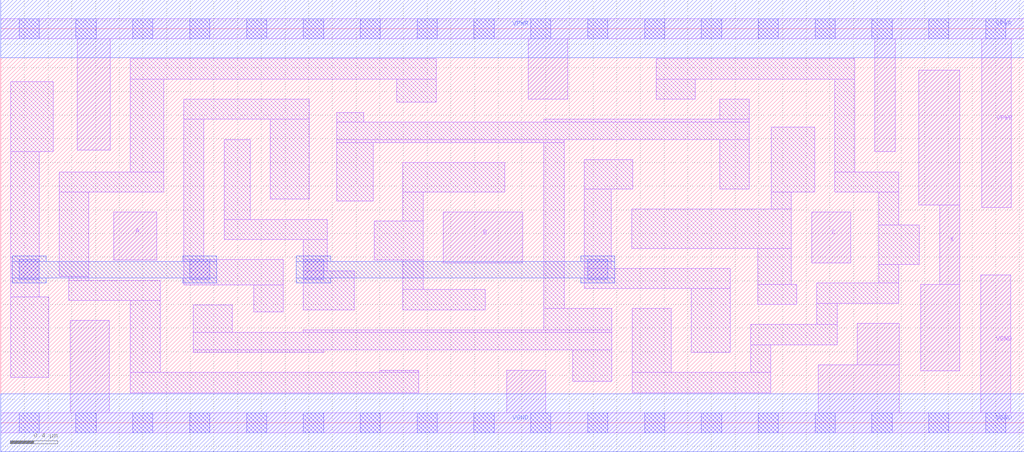
<source format=lef>
# Copyright 2020 The SkyWater PDK Authors
#
# Licensed under the Apache License, Version 2.0 (the "License");
# you may not use this file except in compliance with the License.
# You may obtain a copy of the License at
#
#     https://www.apache.org/licenses/LICENSE-2.0
#
# Unless required by applicable law or agreed to in writing, software
# distributed under the License is distributed on an "AS IS" BASIS,
# WITHOUT WARRANTIES OR CONDITIONS OF ANY KIND, either express or implied.
# See the License for the specific language governing permissions and
# limitations under the License.
#
# SPDX-License-Identifier: Apache-2.0

VERSION 5.7 ;
  NAMESCASESENSITIVE ON ;
  NOWIREEXTENSIONATPIN ON ;
  DIVIDERCHAR "/" ;
  BUSBITCHARS "[]" ;
UNITS
  DATABASE MICRONS 200 ;
END UNITS
MACRO sky130_fd_sc_ls__xnor3_2
  CLASS CORE ;
  SOURCE USER ;
  FOREIGN sky130_fd_sc_ls__xnor3_2 ;
  ORIGIN  0.000000  0.000000 ;
  SIZE  8.640000 BY  3.330000 ;
  SYMMETRY X Y ;
  SITE unit ;
  PIN A
    ANTENNAGATEAREA  0.246000 ;
    DIRECTION INPUT ;
    USE SIGNAL ;
    PORT
      LAYER li1 ;
        RECT 0.955000 1.375000 1.315000 1.780000 ;
    END
  END A
  PIN B
    ANTENNAGATEAREA  0.693000 ;
    DIRECTION INPUT ;
    USE SIGNAL ;
    PORT
      LAYER li1 ;
        RECT 3.735000 1.350000 4.405000 1.780000 ;
    END
  END B
  PIN C
    ANTENNAGATEAREA  0.381000 ;
    DIRECTION INPUT ;
    USE SIGNAL ;
    PORT
      LAYER li1 ;
        RECT 6.845000 1.350000 7.175000 1.780000 ;
    END
  END C
  PIN X
    ANTENNADIFFAREA  0.543200 ;
    DIRECTION OUTPUT ;
    USE SIGNAL ;
    PORT
      LAYER li1 ;
        RECT 7.750000 1.840000 8.095000 2.980000 ;
        RECT 7.765000 0.440000 8.095000 1.170000 ;
        RECT 7.925000 1.170000 8.095000 1.840000 ;
    END
  END X
  PIN VGND
    DIRECTION INOUT ;
    SHAPE ABUTMENT ;
    USE GROUND ;
    PORT
      LAYER li1 ;
        RECT 0.000000 -0.085000 8.640000 0.085000 ;
        RECT 0.585000  0.085000 0.915000 0.865000 ;
        RECT 4.270000  0.085000 4.600000 0.445000 ;
        RECT 6.900000  0.085000 7.585000 0.490000 ;
        RECT 7.230000  0.490000 7.585000 0.840000 ;
        RECT 8.275000  0.085000 8.525000 1.250000 ;
      LAYER mcon ;
        RECT 0.155000 -0.085000 0.325000 0.085000 ;
        RECT 0.635000 -0.085000 0.805000 0.085000 ;
        RECT 1.115000 -0.085000 1.285000 0.085000 ;
        RECT 1.595000 -0.085000 1.765000 0.085000 ;
        RECT 2.075000 -0.085000 2.245000 0.085000 ;
        RECT 2.555000 -0.085000 2.725000 0.085000 ;
        RECT 3.035000 -0.085000 3.205000 0.085000 ;
        RECT 3.515000 -0.085000 3.685000 0.085000 ;
        RECT 3.995000 -0.085000 4.165000 0.085000 ;
        RECT 4.475000 -0.085000 4.645000 0.085000 ;
        RECT 4.955000 -0.085000 5.125000 0.085000 ;
        RECT 5.435000 -0.085000 5.605000 0.085000 ;
        RECT 5.915000 -0.085000 6.085000 0.085000 ;
        RECT 6.395000 -0.085000 6.565000 0.085000 ;
        RECT 6.875000 -0.085000 7.045000 0.085000 ;
        RECT 7.355000 -0.085000 7.525000 0.085000 ;
        RECT 7.835000 -0.085000 8.005000 0.085000 ;
        RECT 8.315000 -0.085000 8.485000 0.085000 ;
      LAYER met1 ;
        RECT 0.000000 -0.245000 8.640000 0.245000 ;
    END
  END VGND
  PIN VPWR
    DIRECTION INOUT ;
    SHAPE ABUTMENT ;
    USE POWER ;
    PORT
      LAYER li1 ;
        RECT 0.000000 3.245000 8.640000 3.415000 ;
        RECT 0.645000 2.305000 0.925000 3.245000 ;
        RECT 4.455000 2.735000 4.785000 3.245000 ;
        RECT 7.380000 2.290000 7.550000 3.245000 ;
        RECT 8.280000 1.820000 8.530000 3.245000 ;
      LAYER mcon ;
        RECT 0.155000 3.245000 0.325000 3.415000 ;
        RECT 0.635000 3.245000 0.805000 3.415000 ;
        RECT 1.115000 3.245000 1.285000 3.415000 ;
        RECT 1.595000 3.245000 1.765000 3.415000 ;
        RECT 2.075000 3.245000 2.245000 3.415000 ;
        RECT 2.555000 3.245000 2.725000 3.415000 ;
        RECT 3.035000 3.245000 3.205000 3.415000 ;
        RECT 3.515000 3.245000 3.685000 3.415000 ;
        RECT 3.995000 3.245000 4.165000 3.415000 ;
        RECT 4.475000 3.245000 4.645000 3.415000 ;
        RECT 4.955000 3.245000 5.125000 3.415000 ;
        RECT 5.435000 3.245000 5.605000 3.415000 ;
        RECT 5.915000 3.245000 6.085000 3.415000 ;
        RECT 6.395000 3.245000 6.565000 3.415000 ;
        RECT 6.875000 3.245000 7.045000 3.415000 ;
        RECT 7.355000 3.245000 7.525000 3.415000 ;
        RECT 7.835000 3.245000 8.005000 3.415000 ;
        RECT 8.315000 3.245000 8.485000 3.415000 ;
      LAYER met1 ;
        RECT 0.000000 3.085000 8.640000 3.575000 ;
    END
  END VPWR
  OBS
    LAYER li1 ;
      RECT 0.085000 0.385000 0.405000 1.065000 ;
      RECT 0.085000 1.065000 0.325000 2.290000 ;
      RECT 0.085000 2.290000 0.445000 2.885000 ;
      RECT 0.495000 1.235000 0.745000 1.950000 ;
      RECT 0.495000 1.950000 1.375000 2.120000 ;
      RECT 0.575000 1.035000 1.345000 1.205000 ;
      RECT 0.575000 1.205000 0.745000 1.235000 ;
      RECT 1.095000 0.255000 3.530000 0.425000 ;
      RECT 1.095000 0.425000 1.345000 1.035000 ;
      RECT 1.095000 2.120000 1.375000 2.905000 ;
      RECT 1.095000 2.905000 3.675000 3.075000 ;
      RECT 1.545000 1.165000 2.385000 1.380000 ;
      RECT 1.545000 1.380000 1.715000 2.565000 ;
      RECT 1.545000 2.565000 2.605000 2.735000 ;
      RECT 1.625000 0.595000 2.725000 0.615000 ;
      RECT 1.625000 0.615000 5.160000 0.765000 ;
      RECT 1.625000 0.765000 1.955000 0.995000 ;
      RECT 1.885000 1.550000 2.755000 1.720000 ;
      RECT 1.885000 1.720000 2.105000 2.395000 ;
      RECT 2.135000 0.935000 2.385000 1.165000 ;
      RECT 2.275000 1.890000 2.605000 2.565000 ;
      RECT 2.555000 0.765000 5.160000 0.785000 ;
      RECT 2.555000 0.955000 2.985000 1.285000 ;
      RECT 2.555000 1.285000 2.755000 1.550000 ;
      RECT 2.835000 1.875000 3.145000 2.370000 ;
      RECT 2.835000 2.370000 4.755000 2.395000 ;
      RECT 2.835000 2.395000 6.320000 2.540000 ;
      RECT 2.835000 2.540000 3.065000 2.620000 ;
      RECT 3.155000 1.375000 3.565000 1.705000 ;
      RECT 3.200000 0.425000 3.530000 0.445000 ;
      RECT 3.345000 2.710000 3.675000 2.905000 ;
      RECT 3.395000 0.955000 4.090000 1.125000 ;
      RECT 3.395000 1.125000 3.565000 1.375000 ;
      RECT 3.395000 1.705000 3.565000 1.950000 ;
      RECT 3.395000 1.950000 4.255000 2.200000 ;
      RECT 4.585000 0.785000 5.160000 0.965000 ;
      RECT 4.585000 0.965000 4.755000 2.370000 ;
      RECT 4.585000 2.540000 6.320000 2.565000 ;
      RECT 4.830000 0.350000 5.160000 0.615000 ;
      RECT 4.925000 1.135000 6.160000 1.305000 ;
      RECT 4.925000 1.305000 5.155000 1.975000 ;
      RECT 4.925000 1.975000 5.335000 2.225000 ;
      RECT 5.325000 1.475000 6.675000 1.805000 ;
      RECT 5.330000 0.255000 6.500000 0.425000 ;
      RECT 5.330000 0.425000 5.660000 0.965000 ;
      RECT 5.535000 2.735000 5.865000 2.905000 ;
      RECT 5.535000 2.905000 7.210000 3.075000 ;
      RECT 5.830000 0.595000 6.160000 1.135000 ;
      RECT 6.070000 1.975000 6.320000 2.395000 ;
      RECT 6.070000 2.565000 6.320000 2.735000 ;
      RECT 6.330000 0.425000 6.500000 0.660000 ;
      RECT 6.330000 0.660000 7.060000 0.830000 ;
      RECT 6.390000 1.000000 6.720000 1.170000 ;
      RECT 6.390000 1.170000 6.675000 1.475000 ;
      RECT 6.505000 1.805000 6.675000 1.950000 ;
      RECT 6.505000 1.950000 6.870000 2.500000 ;
      RECT 6.890000 0.830000 7.060000 1.010000 ;
      RECT 6.890000 1.010000 7.580000 1.180000 ;
      RECT 7.040000 1.950000 7.580000 2.120000 ;
      RECT 7.040000 2.120000 7.210000 2.905000 ;
      RECT 7.410000 1.180000 7.580000 1.340000 ;
      RECT 7.410000 1.340000 7.755000 1.670000 ;
      RECT 7.410000 1.670000 7.580000 1.950000 ;
    LAYER mcon ;
      RECT 0.155000 1.210000 0.325000 1.380000 ;
      RECT 1.595000 1.210000 1.765000 1.380000 ;
      RECT 2.555000 1.210000 2.725000 1.380000 ;
      RECT 4.955000 1.210000 5.125000 1.380000 ;
    LAYER met1 ;
      RECT 0.095000 1.180000 0.385000 1.225000 ;
      RECT 0.095000 1.225000 1.825000 1.365000 ;
      RECT 0.095000 1.365000 0.385000 1.410000 ;
      RECT 1.535000 1.180000 1.825000 1.225000 ;
      RECT 1.535000 1.365000 1.825000 1.410000 ;
      RECT 2.495000 1.180000 2.785000 1.225000 ;
      RECT 2.495000 1.225000 5.185000 1.365000 ;
      RECT 2.495000 1.365000 2.785000 1.410000 ;
      RECT 4.895000 1.180000 5.185000 1.225000 ;
      RECT 4.895000 1.365000 5.185000 1.410000 ;
  END
END sky130_fd_sc_ls__xnor3_2

</source>
